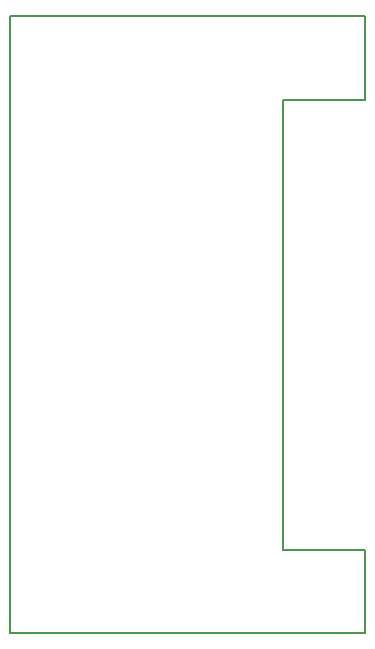
<source format=gm1>
%TF.GenerationSoftware,KiCad,Pcbnew,(6.0.7-1)-1*%
%TF.CreationDate,2022-10-15T22:10:26+02:00*%
%TF.ProjectId,BreadboardPowerSupply_v2,42726561-6462-46f6-9172-64506f776572,2*%
%TF.SameCoordinates,Original*%
%TF.FileFunction,Profile,NP*%
%FSLAX46Y46*%
G04 Gerber Fmt 4.6, Leading zero omitted, Abs format (unit mm)*
G04 Created by KiCad (PCBNEW (6.0.7-1)-1) date 2022-10-15 22:10:26*
%MOMM*%
%LPD*%
G01*
G04 APERTURE LIST*
%TA.AperFunction,Profile*%
%ADD10C,0.150000*%
%TD*%
G04 APERTURE END LIST*
D10*
X67056000Y-107188000D02*
X36957000Y-107188000D01*
X67056000Y-114300000D02*
X67056000Y-107188000D01*
X36957000Y-107188000D02*
X36957000Y-159385000D01*
X67056000Y-152400000D02*
X60071000Y-152400000D01*
X67056000Y-159385000D02*
X67056000Y-152400000D01*
X36957000Y-159385000D02*
X67056000Y-159385000D01*
X60071000Y-114300000D02*
X67056000Y-114300000D01*
X60071000Y-152400000D02*
X60071000Y-114300000D01*
M02*

</source>
